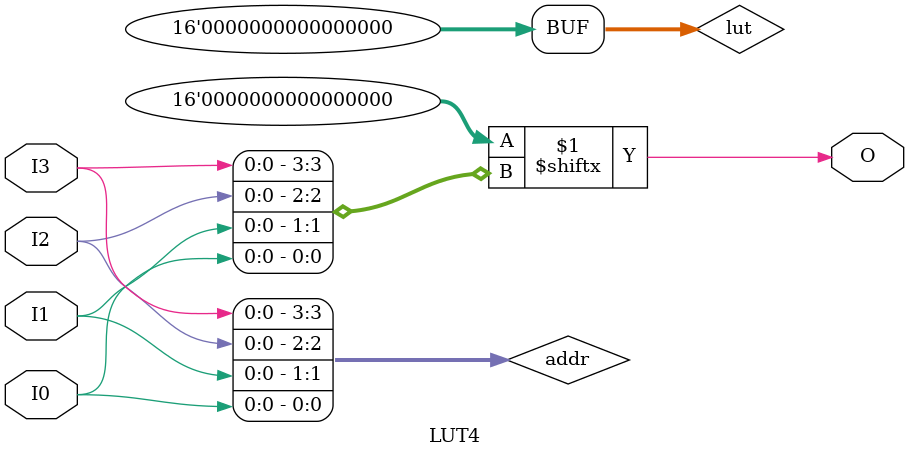
<source format=v>
/*

The MIT License (MIT)

Copyright (c) 2024 LeafLabs LLC

Permission is hereby granted, free of charge, to any person obtaining a copy
of this software and associated documentation files (the "Software"), to deal
in the Software without restriction, including without limitation the rights
to use, copy, modify, merge, publish, distribute, sublicense, and/or sell
copies of the Software, and to permit persons to whom the Software is
furnished to do so, subject to the following conditions:

The above copyright notice and this permission notice shall be included in all
copies or substantial portions of the Software.

THE SOFTWARE IS PROVIDED "AS IS", WITHOUT WARRANTY OF ANY KIND, EXPRESS OR
IMPLIED, INCLUDING BUT NOT LIMITED TO THE WARRANTIES OF MERCHANTABILITY,
FITNESS FOR A PARTICULAR PURPOSE AND NONINFRINGEMENT. IN NO EVENT SHALL THE
AUTHORS OR COPYRIGHT HOLDERS BE LIABLE FOR ANY CLAIM, DAMAGES OR OTHER
LIABILITY, WHETHER IN AN ACTION OF CONTRACT, TORT OR OTHERWISE, ARISING FROM,
OUT OF OR IN CONNECTION WITH THE SOFTWARE OR THE USE OR OTHER DEALINGS IN THE
SOFTWARE.

*/

`timescale 1ns / 1ps

module LUT1 #(
    parameter INIT = 2'b00
) (
    output wire O,
    input  wire I0
);

  wire [1:0] lut = INIT;
  assign O = lut[I0];

endmodule

module LUT4 #(
    parameter INIT = 16'h0000
) (
    output wire O,
    input  wire I0,
    input  wire I1,
    input  wire I2,
    input  wire I3
);

  wire [15:0] lut = INIT;
  wire [ 3:0] addr = {I3, I2, I1, I0};
  assign O = lut[addr];

endmodule

</source>
